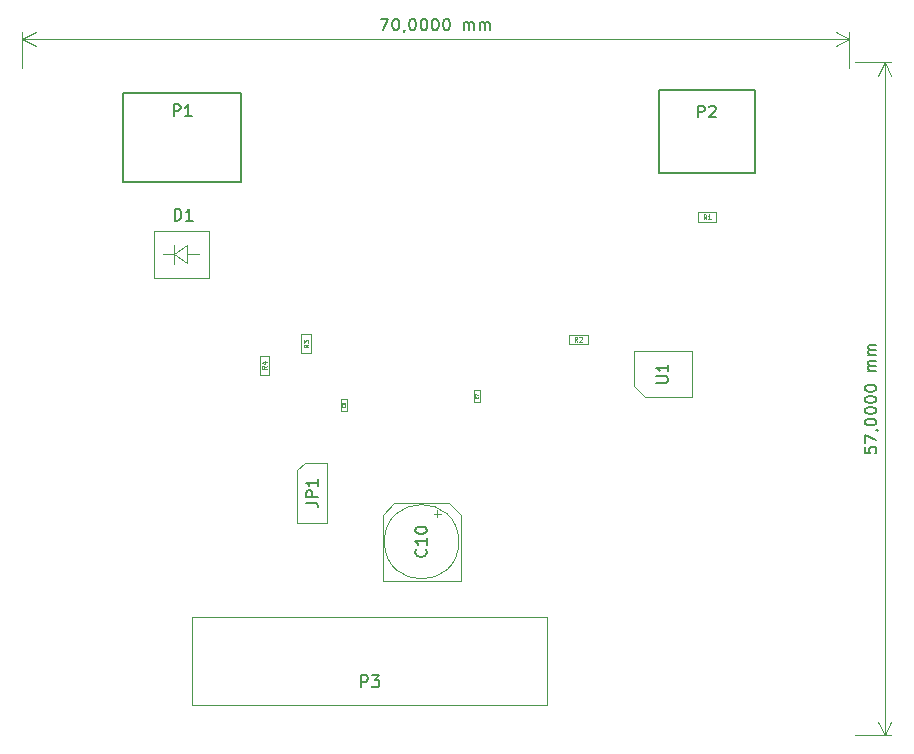
<source format=gbr>
%TF.GenerationSoftware,KiCad,Pcbnew,(6.0.11)*%
%TF.CreationDate,2024-08-05T21:32:57+07:00*%
%TF.ProjectId,Stepper_Motor_Expansion_Brd_revA,53746570-7065-4725-9f4d-6f746f725f45,rev?*%
%TF.SameCoordinates,PX5f5e100PY5f5e100*%
%TF.FileFunction,AssemblyDrawing,Top*%
%FSLAX46Y46*%
G04 Gerber Fmt 4.6, Leading zero omitted, Abs format (unit mm)*
G04 Created by KiCad (PCBNEW (6.0.11)) date 2024-08-05 21:32:58*
%MOMM*%
%LPD*%
G01*
G04 APERTURE LIST*
%ADD10C,0.150000*%
%ADD11C,0.100000*%
%ADD12C,0.060000*%
%ADD13C,0.040000*%
%ADD14C,0.127000*%
G04 APERTURE END LIST*
D10*
X71302380Y24404762D02*
X71302380Y23928572D01*
X71778571Y23880953D01*
X71730952Y23928572D01*
X71683333Y24023810D01*
X71683333Y24261905D01*
X71730952Y24357143D01*
X71778571Y24404762D01*
X71873809Y24452381D01*
X72111904Y24452381D01*
X72207142Y24404762D01*
X72254761Y24357143D01*
X72302380Y24261905D01*
X72302380Y24023810D01*
X72254761Y23928572D01*
X72207142Y23880953D01*
X71302380Y24785715D02*
X71302380Y25452381D01*
X72302380Y25023810D01*
X72254761Y25880953D02*
X72302380Y25880953D01*
X72397619Y25833334D01*
X72445238Y25785715D01*
X71302380Y26500000D02*
X71302380Y26595239D01*
X71350000Y26690477D01*
X71397619Y26738096D01*
X71492857Y26785715D01*
X71683333Y26833334D01*
X71921428Y26833334D01*
X72111904Y26785715D01*
X72207142Y26738096D01*
X72254761Y26690477D01*
X72302380Y26595239D01*
X72302380Y26500000D01*
X72254761Y26404762D01*
X72207142Y26357143D01*
X72111904Y26309524D01*
X71921428Y26261905D01*
X71683333Y26261905D01*
X71492857Y26309524D01*
X71397619Y26357143D01*
X71350000Y26404762D01*
X71302380Y26500000D01*
X71302380Y27452381D02*
X71302380Y27547620D01*
X71350000Y27642858D01*
X71397619Y27690477D01*
X71492857Y27738096D01*
X71683333Y27785715D01*
X71921428Y27785715D01*
X72111904Y27738096D01*
X72207142Y27690477D01*
X72254761Y27642858D01*
X72302380Y27547620D01*
X72302380Y27452381D01*
X72254761Y27357143D01*
X72207142Y27309524D01*
X72111904Y27261905D01*
X71921428Y27214286D01*
X71683333Y27214286D01*
X71492857Y27261905D01*
X71397619Y27309524D01*
X71350000Y27357143D01*
X71302380Y27452381D01*
X71302380Y28404762D02*
X71302380Y28500000D01*
X71350000Y28595239D01*
X71397619Y28642858D01*
X71492857Y28690477D01*
X71683333Y28738096D01*
X71921428Y28738096D01*
X72111904Y28690477D01*
X72207142Y28642858D01*
X72254761Y28595239D01*
X72302380Y28500000D01*
X72302380Y28404762D01*
X72254761Y28309524D01*
X72207142Y28261905D01*
X72111904Y28214286D01*
X71921428Y28166667D01*
X71683333Y28166667D01*
X71492857Y28214286D01*
X71397619Y28261905D01*
X71350000Y28309524D01*
X71302380Y28404762D01*
X71302380Y29357143D02*
X71302380Y29452381D01*
X71350000Y29547620D01*
X71397619Y29595239D01*
X71492857Y29642858D01*
X71683333Y29690477D01*
X71921428Y29690477D01*
X72111904Y29642858D01*
X72207142Y29595239D01*
X72254761Y29547620D01*
X72302380Y29452381D01*
X72302380Y29357143D01*
X72254761Y29261905D01*
X72207142Y29214286D01*
X72111904Y29166667D01*
X71921428Y29119048D01*
X71683333Y29119048D01*
X71492857Y29166667D01*
X71397619Y29214286D01*
X71350000Y29261905D01*
X71302380Y29357143D01*
X72302380Y30880953D02*
X71635714Y30880953D01*
X71730952Y30880953D02*
X71683333Y30928572D01*
X71635714Y31023810D01*
X71635714Y31166667D01*
X71683333Y31261905D01*
X71778571Y31309524D01*
X72302380Y31309524D01*
X71778571Y31309524D02*
X71683333Y31357143D01*
X71635714Y31452381D01*
X71635714Y31595239D01*
X71683333Y31690477D01*
X71778571Y31738096D01*
X72302380Y31738096D01*
X72302380Y32214286D02*
X71635714Y32214286D01*
X71730952Y32214286D02*
X71683333Y32261905D01*
X71635714Y32357143D01*
X71635714Y32500000D01*
X71683333Y32595239D01*
X71778571Y32642858D01*
X72302380Y32642858D01*
X71778571Y32642858D02*
X71683333Y32690477D01*
X71635714Y32785715D01*
X71635714Y32928572D01*
X71683333Y33023810D01*
X71778571Y33071429D01*
X72302380Y33071429D01*
D11*
X70500000Y0D02*
X73586420Y0D01*
X70500000Y57000000D02*
X73586420Y57000000D01*
X73000000Y0D02*
X73000000Y57000000D01*
X73000000Y0D02*
X73000000Y57000000D01*
X73000000Y0D02*
X73586421Y1126504D01*
X73000000Y0D02*
X72413579Y1126504D01*
X73000000Y57000000D02*
X72413579Y55873496D01*
X73000000Y57000000D02*
X73586421Y55873496D01*
D10*
X30333333Y60697620D02*
X31000000Y60697620D01*
X30571428Y59697620D01*
X31571428Y60697620D02*
X31666666Y60697620D01*
X31761904Y60650000D01*
X31809523Y60602381D01*
X31857142Y60507143D01*
X31904761Y60316667D01*
X31904761Y60078572D01*
X31857142Y59888096D01*
X31809523Y59792858D01*
X31761904Y59745239D01*
X31666666Y59697620D01*
X31571428Y59697620D01*
X31476190Y59745239D01*
X31428571Y59792858D01*
X31380952Y59888096D01*
X31333333Y60078572D01*
X31333333Y60316667D01*
X31380952Y60507143D01*
X31428571Y60602381D01*
X31476190Y60650000D01*
X31571428Y60697620D01*
X32380952Y59745239D02*
X32380952Y59697620D01*
X32333333Y59602381D01*
X32285714Y59554762D01*
X33000000Y60697620D02*
X33095238Y60697620D01*
X33190476Y60650000D01*
X33238095Y60602381D01*
X33285714Y60507143D01*
X33333333Y60316667D01*
X33333333Y60078572D01*
X33285714Y59888096D01*
X33238095Y59792858D01*
X33190476Y59745239D01*
X33095238Y59697620D01*
X33000000Y59697620D01*
X32904761Y59745239D01*
X32857142Y59792858D01*
X32809523Y59888096D01*
X32761904Y60078572D01*
X32761904Y60316667D01*
X32809523Y60507143D01*
X32857142Y60602381D01*
X32904761Y60650000D01*
X33000000Y60697620D01*
X33952380Y60697620D02*
X34047619Y60697620D01*
X34142857Y60650000D01*
X34190476Y60602381D01*
X34238095Y60507143D01*
X34285714Y60316667D01*
X34285714Y60078572D01*
X34238095Y59888096D01*
X34190476Y59792858D01*
X34142857Y59745239D01*
X34047619Y59697620D01*
X33952380Y59697620D01*
X33857142Y59745239D01*
X33809523Y59792858D01*
X33761904Y59888096D01*
X33714285Y60078572D01*
X33714285Y60316667D01*
X33761904Y60507143D01*
X33809523Y60602381D01*
X33857142Y60650000D01*
X33952380Y60697620D01*
X34904761Y60697620D02*
X35000000Y60697620D01*
X35095238Y60650000D01*
X35142857Y60602381D01*
X35190476Y60507143D01*
X35238095Y60316667D01*
X35238095Y60078572D01*
X35190476Y59888096D01*
X35142857Y59792858D01*
X35095238Y59745239D01*
X35000000Y59697620D01*
X34904761Y59697620D01*
X34809523Y59745239D01*
X34761904Y59792858D01*
X34714285Y59888096D01*
X34666666Y60078572D01*
X34666666Y60316667D01*
X34714285Y60507143D01*
X34761904Y60602381D01*
X34809523Y60650000D01*
X34904761Y60697620D01*
X35857142Y60697620D02*
X35952380Y60697620D01*
X36047619Y60650000D01*
X36095238Y60602381D01*
X36142857Y60507143D01*
X36190476Y60316667D01*
X36190476Y60078572D01*
X36142857Y59888096D01*
X36095238Y59792858D01*
X36047619Y59745239D01*
X35952380Y59697620D01*
X35857142Y59697620D01*
X35761904Y59745239D01*
X35714285Y59792858D01*
X35666666Y59888096D01*
X35619047Y60078572D01*
X35619047Y60316667D01*
X35666666Y60507143D01*
X35714285Y60602381D01*
X35761904Y60650000D01*
X35857142Y60697620D01*
X37380952Y59697620D02*
X37380952Y60364286D01*
X37380952Y60269048D02*
X37428571Y60316667D01*
X37523809Y60364286D01*
X37666666Y60364286D01*
X37761904Y60316667D01*
X37809523Y60221429D01*
X37809523Y59697620D01*
X37809523Y60221429D02*
X37857142Y60316667D01*
X37952380Y60364286D01*
X38095238Y60364286D01*
X38190476Y60316667D01*
X38238095Y60221429D01*
X38238095Y59697620D01*
X38714285Y59697620D02*
X38714285Y60364286D01*
X38714285Y60269048D02*
X38761904Y60316667D01*
X38857142Y60364286D01*
X39000000Y60364286D01*
X39095238Y60316667D01*
X39142857Y60221429D01*
X39142857Y59697620D01*
X39142857Y60221429D02*
X39190476Y60316667D01*
X39285714Y60364286D01*
X39428571Y60364286D01*
X39523809Y60316667D01*
X39571428Y60221429D01*
X39571428Y59697620D01*
D11*
X0Y56500000D02*
X0Y59586420D01*
X70000000Y56500000D02*
X70000000Y59586420D01*
X0Y59000000D02*
X70000000Y59000000D01*
X0Y59000000D02*
X70000000Y59000000D01*
X0Y59000000D02*
X1126504Y58413579D01*
X0Y59000000D02*
X1126504Y59586421D01*
X70000000Y59000000D02*
X68873496Y59586421D01*
X70000000Y59000000D02*
X68873496Y58413579D01*
D10*
X28691904Y4087620D02*
X28691904Y5087620D01*
X29072857Y5087620D01*
X29168095Y5040000D01*
X29215714Y4992381D01*
X29263333Y4897143D01*
X29263333Y4754286D01*
X29215714Y4659048D01*
X29168095Y4611429D01*
X29072857Y4563810D01*
X28691904Y4563810D01*
X29596666Y5087620D02*
X30215714Y5087620D01*
X29882380Y4706667D01*
X30025238Y4706667D01*
X30120476Y4659048D01*
X30168095Y4611429D01*
X30215714Y4516191D01*
X30215714Y4278096D01*
X30168095Y4182858D01*
X30120476Y4135239D01*
X30025238Y4087620D01*
X29739523Y4087620D01*
X29644285Y4135239D01*
X29596666Y4182858D01*
X12821904Y52427620D02*
X12821904Y53427620D01*
X13202857Y53427620D01*
X13298095Y53380000D01*
X13345714Y53332381D01*
X13393333Y53237143D01*
X13393333Y53094286D01*
X13345714Y52999048D01*
X13298095Y52951429D01*
X13202857Y52903810D01*
X12821904Y52903810D01*
X14345714Y52427620D02*
X13774285Y52427620D01*
X14060000Y52427620D02*
X14060000Y53427620D01*
X13964761Y53284762D01*
X13869523Y53189524D01*
X13774285Y53141905D01*
X57201904Y52327620D02*
X57201904Y53327620D01*
X57582857Y53327620D01*
X57678095Y53280000D01*
X57725714Y53232381D01*
X57773333Y53137143D01*
X57773333Y52994286D01*
X57725714Y52899048D01*
X57678095Y52851429D01*
X57582857Y52803810D01*
X57201904Y52803810D01*
X58154285Y53232381D02*
X58201904Y53280000D01*
X58297142Y53327620D01*
X58535238Y53327620D01*
X58630476Y53280000D01*
X58678095Y53232381D01*
X58725714Y53137143D01*
X58725714Y53041905D01*
X58678095Y52899048D01*
X58106666Y52327620D01*
X58725714Y52327620D01*
D12*
X46983333Y33349048D02*
X46850000Y33539524D01*
X46754761Y33349048D02*
X46754761Y33749048D01*
X46907142Y33749048D01*
X46945238Y33730000D01*
X46964285Y33710953D01*
X46983333Y33672858D01*
X46983333Y33615715D01*
X46964285Y33577620D01*
X46945238Y33558572D01*
X46907142Y33539524D01*
X46754761Y33539524D01*
X47135714Y33710953D02*
X47154761Y33730000D01*
X47192857Y33749048D01*
X47288095Y33749048D01*
X47326190Y33730000D01*
X47345238Y33710953D01*
X47364285Y33672858D01*
X47364285Y33634762D01*
X47345238Y33577620D01*
X47116666Y33349048D01*
X47364285Y33349048D01*
D10*
X12881904Y43597620D02*
X12881904Y44597620D01*
X13120000Y44597620D01*
X13262857Y44550000D01*
X13358095Y44454762D01*
X13405714Y44359524D01*
X13453333Y44169048D01*
X13453333Y44026191D01*
X13405714Y43835715D01*
X13358095Y43740477D01*
X13262857Y43645239D01*
X13120000Y43597620D01*
X12881904Y43597620D01*
X14405714Y43597620D02*
X13834285Y43597620D01*
X14120000Y43597620D02*
X14120000Y44597620D01*
X14024761Y44454762D01*
X13929523Y44359524D01*
X13834285Y44311905D01*
X24012380Y19696667D02*
X24726666Y19696667D01*
X24869523Y19649048D01*
X24964761Y19553810D01*
X25012380Y19410953D01*
X25012380Y19315715D01*
X25012380Y20172858D02*
X24012380Y20172858D01*
X24012380Y20553810D01*
X24060000Y20649048D01*
X24107619Y20696667D01*
X24202857Y20744286D01*
X24345714Y20744286D01*
X24440952Y20696667D01*
X24488571Y20649048D01*
X24536190Y20553810D01*
X24536190Y20172858D01*
X25012380Y21696667D02*
X25012380Y21125239D01*
X25012380Y21410953D02*
X24012380Y21410953D01*
X24155238Y21315715D01*
X24250476Y21220477D01*
X24298095Y21125239D01*
D12*
X57903333Y43719048D02*
X57770000Y43909524D01*
X57674761Y43719048D02*
X57674761Y44119048D01*
X57827142Y44119048D01*
X57865238Y44100000D01*
X57884285Y44080953D01*
X57903333Y44042858D01*
X57903333Y43985715D01*
X57884285Y43947620D01*
X57865238Y43928572D01*
X57827142Y43909524D01*
X57674761Y43909524D01*
X58284285Y43719048D02*
X58055714Y43719048D01*
X58170000Y43719048D02*
X58170000Y44119048D01*
X58131904Y44061905D01*
X58093809Y44023810D01*
X58055714Y44004762D01*
D13*
X27289285Y27948334D02*
X27301190Y27936429D01*
X27313095Y27900715D01*
X27313095Y27876905D01*
X27301190Y27841191D01*
X27277380Y27817381D01*
X27253571Y27805477D01*
X27205952Y27793572D01*
X27170238Y27793572D01*
X27122619Y27805477D01*
X27098809Y27817381D01*
X27075000Y27841191D01*
X27063095Y27876905D01*
X27063095Y27900715D01*
X27075000Y27936429D01*
X27086904Y27948334D01*
X27170238Y28091191D02*
X27158333Y28067381D01*
X27146428Y28055477D01*
X27122619Y28043572D01*
X27110714Y28043572D01*
X27086904Y28055477D01*
X27075000Y28067381D01*
X27063095Y28091191D01*
X27063095Y28138810D01*
X27075000Y28162620D01*
X27086904Y28174524D01*
X27110714Y28186429D01*
X27122619Y28186429D01*
X27146428Y28174524D01*
X27158333Y28162620D01*
X27170238Y28138810D01*
X27170238Y28091191D01*
X27182142Y28067381D01*
X27194047Y28055477D01*
X27217857Y28043572D01*
X27265476Y28043572D01*
X27289285Y28055477D01*
X27301190Y28067381D01*
X27313095Y28091191D01*
X27313095Y28138810D01*
X27301190Y28162620D01*
X27289285Y28174524D01*
X27265476Y28186429D01*
X27217857Y28186429D01*
X27194047Y28174524D01*
X27182142Y28162620D01*
X27170238Y28138810D01*
D12*
X24210952Y33083334D02*
X24020476Y32950000D01*
X24210952Y32854762D02*
X23810952Y32854762D01*
X23810952Y33007143D01*
X23830000Y33045239D01*
X23849047Y33064286D01*
X23887142Y33083334D01*
X23944285Y33083334D01*
X23982380Y33064286D01*
X24001428Y33045239D01*
X24020476Y33007143D01*
X24020476Y32854762D01*
X23810952Y33216667D02*
X23810952Y33464286D01*
X23963333Y33330953D01*
X23963333Y33388096D01*
X23982380Y33426191D01*
X24001428Y33445239D01*
X24039523Y33464286D01*
X24134761Y33464286D01*
X24172857Y33445239D01*
X24191904Y33426191D01*
X24210952Y33388096D01*
X24210952Y33273810D01*
X24191904Y33235715D01*
X24172857Y33216667D01*
D10*
X53673333Y29843334D02*
X54466666Y29843334D01*
X54560000Y29890000D01*
X54606666Y29936667D01*
X54653333Y30030000D01*
X54653333Y30216667D01*
X54606666Y30310000D01*
X54560000Y30356667D01*
X54466666Y30403334D01*
X53673333Y30403334D01*
X54653333Y31383334D02*
X54653333Y30823334D01*
X54653333Y31103334D02*
X53673333Y31103334D01*
X53813333Y31010000D01*
X53906666Y30916667D01*
X53953333Y30823334D01*
D13*
X38579285Y28688334D02*
X38591190Y28676429D01*
X38603095Y28640715D01*
X38603095Y28616905D01*
X38591190Y28581191D01*
X38567380Y28557381D01*
X38543571Y28545477D01*
X38495952Y28533572D01*
X38460238Y28533572D01*
X38412619Y28545477D01*
X38388809Y28557381D01*
X38365000Y28581191D01*
X38353095Y28616905D01*
X38353095Y28640715D01*
X38365000Y28676429D01*
X38376904Y28688334D01*
X38353095Y28771667D02*
X38353095Y28938334D01*
X38603095Y28831191D01*
D10*
X34157142Y15757143D02*
X34204761Y15709524D01*
X34252380Y15566667D01*
X34252380Y15471429D01*
X34204761Y15328572D01*
X34109523Y15233334D01*
X34014285Y15185715D01*
X33823809Y15138096D01*
X33680952Y15138096D01*
X33490476Y15185715D01*
X33395238Y15233334D01*
X33300000Y15328572D01*
X33252380Y15471429D01*
X33252380Y15566667D01*
X33300000Y15709524D01*
X33347619Y15757143D01*
X34252380Y16709524D02*
X34252380Y16138096D01*
X34252380Y16423810D02*
X33252380Y16423810D01*
X33395238Y16328572D01*
X33490476Y16233334D01*
X33538095Y16138096D01*
X33252380Y17328572D02*
X33252380Y17423810D01*
X33300000Y17519048D01*
X33347619Y17566667D01*
X33442857Y17614286D01*
X33633333Y17661905D01*
X33871428Y17661905D01*
X34061904Y17614286D01*
X34157142Y17566667D01*
X34204761Y17519048D01*
X34252380Y17423810D01*
X34252380Y17328572D01*
X34204761Y17233334D01*
X34157142Y17185715D01*
X34061904Y17138096D01*
X33871428Y17090477D01*
X33633333Y17090477D01*
X33442857Y17138096D01*
X33347619Y17185715D01*
X33300000Y17233334D01*
X33252380Y17328572D01*
D12*
X20680952Y31263334D02*
X20490476Y31130000D01*
X20680952Y31034762D02*
X20280952Y31034762D01*
X20280952Y31187143D01*
X20300000Y31225239D01*
X20319047Y31244286D01*
X20357142Y31263334D01*
X20414285Y31263334D01*
X20452380Y31244286D01*
X20471428Y31225239D01*
X20490476Y31187143D01*
X20490476Y31034762D01*
X20414285Y31606191D02*
X20680952Y31606191D01*
X20261904Y31510953D02*
X20547619Y31415715D01*
X20547619Y31663334D01*
D11*
X44400000Y10050000D02*
X44400000Y2550000D01*
X14400000Y2550000D02*
X14400000Y10050000D01*
X44400000Y2550000D02*
X14400000Y2550000D01*
X14400000Y10050000D02*
X44400000Y10050000D01*
D14*
X18510000Y54420000D02*
X18510000Y46820000D01*
X8510000Y54420000D02*
X18510000Y54420000D01*
X8510000Y46820000D02*
X8510000Y54420000D01*
X18510000Y46820000D02*
X8510000Y46820000D01*
X62020000Y54640000D02*
X62020000Y47640000D01*
X53920000Y47640000D02*
X53920000Y54640000D01*
X62020000Y47640000D02*
X53920000Y47640000D01*
X53920000Y54640000D02*
X62020000Y54640000D01*
D11*
X47850000Y33117500D02*
X46250000Y33117500D01*
X46250000Y33942500D02*
X47850000Y33942500D01*
X46250000Y33117500D02*
X46250000Y33942500D01*
X47850000Y33942500D02*
X47850000Y33117500D01*
X13981180Y39989680D02*
X13981180Y41539080D01*
X15780000Y38740000D02*
X11180000Y38740000D01*
X15780000Y42740000D02*
X15780000Y38740000D01*
X12830560Y40738980D02*
X13981180Y39989680D01*
X11180000Y38740000D02*
X11180000Y42740000D01*
X12830560Y40738980D02*
X13981180Y41539080D01*
X15780000Y42740000D02*
X11180000Y42740000D01*
X12830560Y40738980D02*
X11928860Y40738980D01*
X12830560Y41539080D02*
X12830560Y39938880D01*
X13981180Y40738980D02*
X14979400Y40738980D01*
X25830000Y17990000D02*
X23290000Y17990000D01*
X25830000Y23070000D02*
X25830000Y17990000D01*
X23925000Y23070000D02*
X25830000Y23070000D01*
X23290000Y17990000D02*
X23290000Y22435000D01*
X23290000Y22435000D02*
X23925000Y23070000D01*
X58770000Y43487500D02*
X57170000Y43487500D01*
X58770000Y44312500D02*
X58770000Y43487500D01*
X57170000Y43487500D02*
X57170000Y44312500D01*
X57170000Y44312500D02*
X58770000Y44312500D01*
X26950000Y27490000D02*
X26950000Y28490000D01*
X26950000Y28490000D02*
X27450000Y28490000D01*
X27450000Y27490000D02*
X26950000Y27490000D01*
X27450000Y28490000D02*
X27450000Y27490000D01*
X24442500Y33950000D02*
X24442500Y32350000D01*
X24442500Y32350000D02*
X23617500Y32350000D01*
X23617500Y32350000D02*
X23617500Y33950000D01*
X23617500Y33950000D02*
X24442500Y33950000D01*
X56660000Y28640000D02*
X52735000Y28640000D01*
X56660000Y32540000D02*
X56660000Y28640000D01*
X52735000Y28640000D02*
X51760000Y29615000D01*
X51760000Y32540000D02*
X56660000Y32540000D01*
X51760000Y29615000D02*
X51760000Y32540000D01*
X38740000Y29230000D02*
X38740000Y28230000D01*
X38240000Y28230000D02*
X38240000Y29230000D01*
X38240000Y29230000D02*
X38740000Y29230000D01*
X38740000Y28230000D02*
X38240000Y28230000D01*
X36100000Y19700000D02*
X31500000Y19700000D01*
X30500000Y18700000D02*
X30500000Y13100000D01*
X37100000Y18700000D02*
X37100000Y13100000D01*
X36100000Y19700000D02*
X37100000Y18700000D01*
X35130000Y19104838D02*
X35130000Y18474838D01*
X35445000Y18789838D02*
X34815000Y18789838D01*
X31500000Y19700000D02*
X30500000Y18700000D01*
X37100000Y13100000D02*
X30500000Y13100000D01*
X36950000Y16400000D02*
G75*
G03*
X36950000Y16400000I-3150000J0D01*
G01*
X20087500Y30530000D02*
X20087500Y32130000D01*
X20087500Y32130000D02*
X20912500Y32130000D01*
X20912500Y30530000D02*
X20087500Y30530000D01*
X20912500Y32130000D02*
X20912500Y30530000D01*
M02*

</source>
